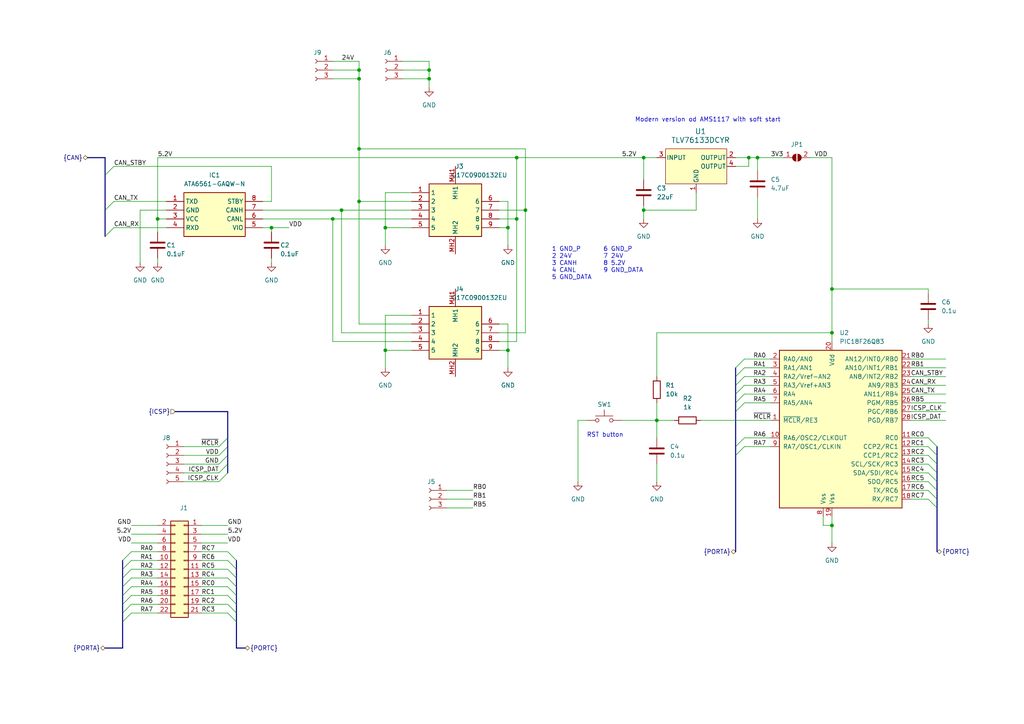
<source format=kicad_sch>
(kicad_sch (version 20230121) (generator eeschema)
  (paper "A4")
  (lib_symbols
    (symbol "ATA6561-GAQW-N:ATA6561-GAQW-N"
      (property "Reference" "IC" (at 24.13 7.62 0))
      (property "Value" "ATA6561-GAQW-N" (at 24.13 5.08 0))
      (symbol "ATA6561-GAQW-N_1_1"
        (rectangle (start 5.08 2.54) (end 22.86 -10.16) (stroke (width 0.254)) (fill (type background)))
        (pin passive line (at 0 0 0) (length 5.08) (name "TXD") (number "1"))
        (pin passive line (at 0 -2.54 0) (length 5.08) (name "GND") (number "2"))
        (pin passive line (at 0 -5.08 0) (length 5.08) (name "VCC") (number "3"))
        (pin passive line (at 0 -7.62 0) (length 5.08) (name "RXD") (number "4"))
        (pin passive line (at 27.94 -7.62 180) (length 5.08) (name "VIO") (number "5"))
        (pin passive line (at 27.94 -5.08 180) (length 5.08) (name "CANL") (number "6"))
        (pin passive line (at 27.94 -2.54 180) (length 5.08) (name "CANH") (number "7"))
        (pin passive line (at 27.94 0 180) (length 5.08) (name "STBY") (number "8"))
      )
    )
    (symbol "Connector:Conn_01x03_Socket" (pin_names (offset 1.016) hide)
      (property "Reference" "J" (at 0 5.08 0))
      (property "Value" "Conn_01x03_Socket" (at 0 -5.08 0))
      (symbol "Conn_01x03_Socket_1_1"
        (arc (start 0 -2.032) (mid -0.5058 -2.54) (end 0 -3.048) (stroke (width 0.1524)))
        (polyline (pts (xy -1.27 -2.54) (xy -0.508 -2.54)) (stroke (width 0.1524)))
        (polyline (pts (xy -1.27 0) (xy -0.508 0)) (stroke (width 0.1524)))
        (polyline (pts (xy -1.27 2.54) (xy -0.508 2.54)) (stroke (width 0.1524)))
        (arc (start 0 0.508) (mid -0.5058 0) (end 0 -0.508) (stroke (width 0.1524)))
        (arc (start 0 3.048) (mid -0.5058 2.54) (end 0 2.032) (stroke (width 0.1524)))
        (pin passive line (at -5.08 2.54 0) (length 3.81) (name "Pin_1") (number "1"))
        (pin passive line (at -5.08 0 0) (length 3.81) (name "Pin_2") (number "2"))
        (pin passive line (at -5.08 -2.54 0) (length 3.81) (name "Pin_3") (number "3"))
      )
    )
    (symbol "Connector:Conn_01x05_Socket" (pin_names (offset 1.016) hide)
      (property "Reference" "J" (at 0 7.62 0))
      (property "Value" "Conn_01x05_Socket" (at 0 -7.62 0))
      (symbol "Conn_01x05_Socket_1_1"
        (arc (start 0 -4.572) (mid -0.5058 -5.08) (end 0 -5.588) (stroke (width 0.1524)))
        (arc (start 0 -2.032) (mid -0.5058 -2.54) (end 0 -3.048) (stroke (width 0.1524)))
        (polyline (pts (xy -1.27 -5.08) (xy -0.508 -5.08)) (stroke (width 0.1524)))
        (polyline (pts (xy -1.27 -2.54) (xy -0.508 -2.54)) (stroke (width 0.1524)))
        (polyline (pts (xy -1.27 0) (xy -0.508 0)) (stroke (width 0.1524)))
        (polyline (pts (xy -1.27 2.54) (xy -0.508 2.54)) (stroke (width 0.1524)))
        (polyline (pts (xy -1.27 5.08) (xy -0.508 5.08)) (stroke (width 0.1524)))
        (arc (start 0 0.508) (mid -0.5058 0) (end 0 -0.508) (stroke (width 0.1524)))
        (arc (start 0 3.048) (mid -0.5058 2.54) (end 0 2.032) (stroke (width 0.1524)))
        (arc (start 0 5.588) (mid -0.5058 5.08) (end 0 4.572) (stroke (width 0.1524)))
        (pin passive line (at -5.08 5.08 0) (length 3.81) (name "Pin_1") (number "1"))
        (pin passive line (at -5.08 2.54 0) (length 3.81) (name "Pin_2") (number "2"))
        (pin passive line (at -5.08 0 0) (length 3.81) (name "Pin_3") (number "3"))
        (pin passive line (at -5.08 -2.54 0) (length 3.81) (name "Pin_4") (number "4"))
        (pin passive line (at -5.08 -5.08 0) (length 3.81) (name "Pin_5") (number "5"))
      )
    )
    (symbol "Connector_Generic:Conn_02x11_Odd_Even" (pin_names (offset 1.016) hide)
      (property "Reference" "J" (at 1.27 15.24 0))
      (property "Value" "Conn_02x11_Odd_Even" (at 1.27 -15.24 0))
      (symbol "Conn_02x11_Odd_Even_1_1"
        (rectangle (start -1.27 -12.573) (end 0 -12.827) (stroke (width 0.1524)))
        (rectangle (start -1.27 -10.033) (end 0 -10.287) (stroke (width 0.1524)))
        (rectangle (start -1.27 -7.493) (end 0 -7.747) (stroke (width 0.1524)))
        (rectangle (start -1.27 -4.953) (end 0 -5.207) (stroke (width 0.1524)))
        (rectangle (start -1.27 -2.413) (end 0 -2.667) (stroke (width 0.1524)))
        (rectangle (start -1.27 0.127) (end 0 -0.127) (stroke (width 0.1524)))
        (rectangle (start -1.27 2.667) (end 0 2.413) (stroke (width 0.1524)))
        (rectangle (start -1.27 5.207) (end 0 4.953) (stroke (width 0.1524)))
        (rectangle (start -1.27 7.747) (end 0 7.493) (stroke (width 0.1524)))
        (rectangle (start -1.27 10.287) (end 0 10.033) (stroke (width 0.1524)))
        (rectangle (start -1.27 12.827) (end 0 12.573) (stroke (width 0.1524)))
        (rectangle (start -1.27 13.97) (end 3.81 -13.97) (stroke (width 0.254)) (fill (type background)))
        (rectangle (start 3.81 -12.573) (end 2.54 -12.827) (stroke (width 0.1524)))
        (rectangle (start 3.81 -10.033) (end 2.54 -10.287) (stroke (width 0.1524)))
        (rectangle (start 3.81 -7.493) (end 2.54 -7.747) (stroke (width 0.1524)))
        (rectangle (start 3.81 -4.953) (end 2.54 -5.207) (stroke (width 0.1524)))
        (rectangle (start 3.81 -2.413) (end 2.54 -2.667) (stroke (width 0.1524)))
        (rectangle (start 3.81 0.127) (end 2.54 -0.127) (stroke (width 0.1524)))
        (rectangle (start 3.81 2.667) (end 2.54 2.413) (stroke (width 0.1524)))
        (rectangle (start 3.81 5.207) (end 2.54 4.953) (stroke (width 0.1524)))
        (rectangle (start 3.81 7.747) (end 2.54 7.493) (stroke (width 0.1524)))
        (rectangle (start 3.81 10.287) (end 2.54 10.033) (stroke (width 0.1524)))
        (rectangle (start 3.81 12.827) (end 2.54 12.573) (stroke (width 0.1524)))
        (pin passive line (at -5.08 12.7 0) (length 3.81) (name "Pin_1") (number "1"))
        (pin passive line (at 7.62 2.54 180) (length 3.81) (name "Pin_10") (number "10"))
        (pin passive line (at -5.08 0 0) (length 3.81) (name "Pin_11") (number "11"))
        (pin passive line (at 7.62 0 180) (length 3.81) (name "Pin_12") (number "12"))
        (pin passive line (at -5.08 -2.54 0) (length 3.81) (name "Pin_13") (number "13"))
        (pin passive line (at 7.62 -2.54 180) (length 3.81) (name "Pin_14") (number "14"))
        (pin passive line (at -5.08 -5.08 0) (length 3.81) (name "Pin_15") (number "15"))
        (pin passive line (at 7.62 -5.08 180) (length 3.81) (name "Pin_16") (number "16"))
        (pin passive line (at -5.08 -7.62 0) (length 3.81) (name "Pin_17") (number "17"))
        (pin passive line (at 7.62 -7.62 180) (length 3.81) (name "Pin_18") (number "18"))
        (pin passive line (at -5.08 -10.16 0) (length 3.81) (name "Pin_19") (number "19"))
        (pin passive line (at 7.62 12.7 180) (length 3.81) (name "Pin_2") (number "2"))
        (pin passive line (at 7.62 -10.16 180) (length 3.81) (name "Pin_20") (number "20"))
        (pin passive line (at -5.08 -12.7 0) (length 3.81) (name "Pin_21") (number "21"))
        (pin passive line (at 7.62 -12.7 180) (length 3.81) (name "Pin_22") (number "22"))
        (pin passive line (at -5.08 10.16 0) (length 3.81) (name "Pin_3") (number "3"))
        (pin passive line (at 7.62 10.16 180) (length 3.81) (name "Pin_4") (number "4"))
        (pin passive line (at -5.08 7.62 0) (length 3.81) (name "Pin_5") (number "5"))
        (pin passive line (at 7.62 7.62 180) (length 3.81) (name "Pin_6") (number "6"))
        (pin passive line (at -5.08 5.08 0) (length 3.81) (name "Pin_7") (number "7"))
        (pin passive line (at 7.62 5.08 180) (length 3.81) (name "Pin_8") (number "8"))
        (pin passive line (at -5.08 2.54 0) (length 3.81) (name "Pin_9") (number "9"))
      )
    )
    (symbol "DSUB-G17C9001:G17C0900132EU"
      (property "Reference" "C" (at 21.59 12.7 0))
      (property "Value" "G17C0900132EU" (at 21.59 10.16 0))
      (symbol "G17C0900132EU_1_1"
        (rectangle (start 5.08 7.62) (end 20.32 -7.62) (stroke (width 0.254)) (fill (type background)))
        (pin passive line (at 17.78 12.7 270) (length 5.08) (name "1") (number "1"))
        (pin passive line (at 15.24 12.7 270) (length 5.08) (name "2") (number "2"))
        (pin passive line (at 12.7 12.7 270) (length 5.08) (name "3") (number "3"))
        (pin passive line (at 10.16 12.7 270) (length 5.08) (name "4") (number "4"))
        (pin passive line (at 7.62 12.7 270) (length 5.08) (name "5") (number "5"))
        (pin passive line (at 15.24 -12.7 90) (length 5.08) (name "6") (number "6"))
        (pin passive line (at 12.7 -12.7 90) (length 5.08) (name "7") (number "7"))
        (pin passive line (at 10.16 -12.7 90) (length 5.08) (name "8") (number "8"))
        (pin passive line (at 7.62 -12.7 90) (length 5.08) (name "9") (number "9"))
        (pin passive line (at 25.4 0 180) (length 5.08) (name "MH1") (number "MH1"))
        (pin passive line (at 0 0 0) (length 5.08) (name "MH2") (number "MH2"))
      )
    )
    (symbol "Device:C" (pin_numbers hide) (pin_names (offset 0.254))
      (property "Reference" "C" (at 0.635 2.54 0))
      (property "Value" "C" (at 0.635 -2.54 0))
      (symbol "C_0_1"
        (polyline (pts (xy -2.032 -0.762) (xy 2.032 -0.762)) (stroke (width 0.508)))
        (polyline (pts (xy -2.032 0.762) (xy 2.032 0.762)) (stroke (width 0.508)))
      )
      (symbol "C_1_1"
        (pin passive line (at 0 3.81 270) (length 2.794) (name "~") (number "1"))
        (pin passive line (at 0 -3.81 90) (length 2.794) (name "~") (number "2"))
      )
    )
    (symbol "Device:R" (pin_numbers hide) (pin_names (offset 0))
      (property "Reference" "R" (at 2.032 0 90))
      (property "Value" "R" (at 0 0 90))
      (symbol "R_0_1"
        (rectangle (start -1.016 -2.54) (end 1.016 2.54) (stroke (width 0.254)))
      )
      (symbol "R_1_1"
        (pin passive line (at 0 3.81 270) (length 1.27) (name "~") (number "1"))
        (pin passive line (at 0 -3.81 90) (length 1.27) (name "~") (number "2"))
      )
    )
    (symbol "Jumper:SolderJumper_2_Open" (pin_names (offset 0) hide)
      (property "Reference" "JP" (at 0 2.032 0))
      (property "Value" "SolderJumper_2_Open" (at 0 -2.54 0))
      (symbol "SolderJumper_2_Open_0_1"
        (arc (start -0.254 1.016) (mid -1.2656 0) (end -0.254 -1.016))
        (arc (start -0.254 1.016) (mid -1.2656 0) (end -0.254 -1.016) (fill (type outline)))
        (polyline (pts (xy -0.254 1.016) (xy -0.254 -1.016)))
        (polyline (pts (xy 0.254 1.016) (xy 0.254 -1.016)))
        (arc (start 0.254 -1.016) (mid 1.2656 0) (end 0.254 1.016))
        (arc (start 0.254 -1.016) (mid 1.2656 0) (end 0.254 1.016) (fill (type outline)))
      )
      (symbol "SolderJumper_2_Open_1_1"
        (pin passive line (at -3.81 0 0) (length 2.54) (name "A") (number "1"))
        (pin passive line (at 3.81 0 180) (length 2.54) (name "B") (number "2"))
      )
    )
    (symbol "MCU_Microchip_PIC18:PIC18F26K20_ISS" (pin_names (offset 1.016))
      (property "Reference" "U" (at -17.78 24.13 0))
      (property "Value" "PIC18F26K20_ISS" (at 17.78 24.13 0))
      (symbol "PIC18F26K20_ISS_0_1"
        (rectangle (start -17.78 22.86) (end 17.78 -22.86) (stroke (width 0.254)) (fill (type background)))
      )
      (symbol "PIC18F26K20_ISS_1_1"
        (pin bidirectional line (at -20.32 2.54 0) (length 2.54) (name "~{MCLR}/RE3") (number "1"))
        (pin input line (at -20.32 -2.54 0) (length 2.54) (name "RA6/OSC2/CLKOUT") (number "10"))
        (pin bidirectional line (at 20.32 -2.54 180) (length 2.54) (name "RC0") (number "11"))
        (pin bidirectional line (at 20.32 -5.08 180) (length 2.54) (name "CCP2/RC1") (number "12"))
        (pin bidirectional line (at 20.32 -7.62 180) (length 2.54) (name "CCP1/RC2") (number "13"))
        (pin bidirectional line (at 20.32 -10.16 180) (length 2.54) (name "SCL/SCK/RC3") (number "14"))
        (pin bidirectional line (at 20.32 -12.7 180) (length 2.54) (name "SDA/SDI/RC4") (number "15"))
        (pin bidirectional line (at 20.32 -15.24 180) (length 2.54) (name "SDO/RC5") (number "16"))
        (pin bidirectional line (at 20.32 -17.78 180) (length 2.54) (name "TX/RC6") (number "17"))
        (pin bidirectional line (at 20.32 -20.32 180) (length 2.54) (name "RX/RC7") (number "18"))
        (pin power_in line (at -2.54 -25.4 90) (length 2.54) (name "Vss") (number "19"))
        (pin bidirectional line (at -20.32 20.32 0) (length 2.54) (name "RA0/AN0") (number "2"))
        (pin power_in line (at -2.54 25.4 270) (length 2.54) (name "Vdd") (number "20"))
        (pin bidirectional line (at 20.32 20.32 180) (length 2.54) (name "AN12/INT0/RB0") (number "21"))
        (pin bidirectional line (at 20.32 17.78 180) (length 2.54) (name "AN10/INT1/RB1") (number "22"))
        (pin bidirectional line (at 20.32 15.24 180) (length 2.54) (name "AN8/INT2/RB2") (number "23"))
        (pin bidirectional line (at 20.32 12.7 180) (length 2.54) (name "AN9/RB3") (number "24"))
        (pin bidirectional line (at 20.32 10.16 180) (length 2.54) (name "AN11/RB4") (number "25"))
        (pin bidirectional line (at 20.32 7.62 180) (length 2.54) (name "PGM/RB5") (number "26"))
        (pin bidirectional line (at 20.32 5.08 180) (length 2.54) (name "PGC/RB6") (number "27"))
        (pin bidirectional line (at 20.32 2.54 180) (length 2.54) (name "PGD/RB7") (number "28"))
        (pin bidirectional line (at -20.32 17.78 0) (length 2.54) (name "RA1/AN1") (number "3"))
        (pin bidirectional line (at -20.32 15.24 0) (length 2.54) (name "RA2/Vref-AN2") (number "4"))
        (pin bidirectional line (at -20.32 12.7 0) (length 2.54) (name "RA3/Vref+AN3") (number "5"))
        (pin power_in line (at -20.32 10.16 0) (length 2.54) (name "RA4") (number "6"))
        (pin bidirectional line (at -20.32 7.62 0) (length 2.54) (name "RA5/AN4") (number "7"))
        (pin power_in line (at -5.08 -25.4 90) (length 2.54) (name "Vss") (number "8"))
        (pin input line (at -20.32 -5.08 0) (length 2.54) (name "RA7/OSC1/CLKIN") (number "9"))
      )
    )
    (symbol "Switch:SW_Push" (pin_numbers hide) (pin_names (offset 1.016) hide)
      (property "Reference" "SW" (at 1.27 2.54 0))
      (property "Value" "SW_Push" (at 0 -1.524 0))
      (symbol "SW_Push_0_1"
        (circle (center -2.032 0) (radius 0.508))
        (polyline (pts (xy 0 1.27) (xy 0 3.048)))
        (polyline (pts (xy 2.54 1.27) (xy -2.54 1.27)))
        (circle (center 2.032 0) (radius 0.508))
        (pin passive line (at -5.08 0 0) (length 2.54) (name "1") (number "1"))
        (pin passive line (at 5.08 0 180) (length 2.54) (name "2") (number "2"))
      )
    )
    (symbol "TLV761:PTLV76118DCYR" (pin_names (offset 0.254))
      (property "Reference" "U" (at 29.21 6.35 0))
      (property "Value" "PTLV76118DCYR" (at 29.21 3.81 0))
      (symbol "PTLV76118DCYR_1_1"
        (rectangle (start 20.32 2.54) (end 38.1 -7.62) (fill (type background)))
        (pin power_in line (at 29.21 -10.16 90) (length 2.54) (name "GND") (number "1"))
        (pin power_out line (at 40.64 0 180) (length 2.54) (name "OUTPUT") (number "2"))
        (pin power_in line (at 17.78 0 0) (length 2.54) (name "INPUT") (number "3"))
        (pin power_out line (at 40.64 -2.54 180) (length 2.54) (name "OUTPUT") (number "4"))
      )
    )
    (symbol "power:GND" (power) (pin_names (offset 0))
      (property "Value" "GND" (at 0 -3.81 0))
      (symbol "GND_0_1"
        (polyline (pts (xy 0 0) (xy 0 -1.27) (xy 1.27 -1.27) (xy 0 -2.54) (xy -1.27 -1.27) (xy 0 -1.27)))
      )
      (symbol "GND_1_1"
        (pin power_in line (at 0 0 270) (length 0) hide (name "GND") (number "1"))
      )
    )
  )
  (bus_alias "ICSP" (members "~{MCLR}" "VDD" "GND" "ICSP_DAT" "ICSP_CLK"))
  (bus_alias "PORTA" (members "RA0" "RA1" "RA2" "RA3" "RA4" "RA5" "RA6" "RA7"))
  (bus_alias "PORTC" (members "RC0" "RC1" "RC2" "RC3" "RC4" "RC5" "RC6" "RC7"))
  (junction (at 124.46 20.32))
  (junction (at 111.76 66.04))
  (junction (at 149.86 45.72))
  (junction (at 111.76 101.6))
  (junction (at 147.32 101.6))
  (junction (at 190.5 121.92))
  (junction (at 104.14 58.42))
  (junction (at 104.14 20.32))
  (junction (at 104.14 22.86))
  (junction (at 149.86 63.5))
  (junction (at 78.74 66.04))
  (junction (at 96.52 63.5))
  (junction (at 124.46 22.86))
  (junction (at 219.71 45.72))
  (junction (at 104.14 43.18))
  (junction (at 241.3 96.52))
  (junction (at 241.3 83.82))
  (junction (at 99.06 60.96))
  (junction (at 147.32 66.04))
  (junction (at 241.3 152.4))
  (junction (at 152.4 60.96))
  (junction (at 186.69 60.96))
  (junction (at 45.72 63.5))
  (junction (at 186.69 45.72))
  (junction (at 217.17 45.72))
  (bus_entry (at 215.9 116.84) (size -2.54 2.54))
  (bus_entry (at 38.1 172.72) (size -2.54 2.54))
  (bus_entry (at 38.1 160.02) (size -2.54 2.54))
  (bus_entry (at 269.24 144.78) (size 2.54 2.54))
  (bus_entry (at 30.48 60.96) (size 2.54 -2.54))
  (bus_entry (at 215.9 114.3) (size -2.54 2.54))
  (bus_entry (at 38.1 167.64) (size -2.54 2.54))
  (bus_entry (at 66.04 177.8) (size 2.54 2.54))
  (bus_entry (at 66.04 165.1) (size 2.54 2.54))
  (bus_entry (at 215.9 106.68) (size -2.54 2.54))
  (bus_entry (at 38.1 170.18) (size -2.54 2.54))
  (bus_entry (at 66.04 127) (size -2.54 2.54))
  (bus_entry (at 38.1 162.56) (size -2.54 2.54))
  (bus_entry (at 66.04 175.26) (size 2.54 2.54))
  (bus_entry (at 215.9 111.76) (size -2.54 2.54))
  (bus_entry (at 269.24 132.08) (size 2.54 2.54))
  (bus_entry (at 66.04 137.16) (size -2.54 2.54))
  (bus_entry (at 38.1 175.26) (size -2.54 2.54))
  (bus_entry (at 66.04 172.72) (size 2.54 2.54))
  (bus_entry (at 66.04 129.54) (size -2.54 2.54))
  (bus_entry (at 38.1 177.8) (size -2.54 2.54))
  (bus_entry (at 269.24 134.62) (size 2.54 2.54))
  (bus_entry (at 38.1 165.1) (size -2.54 2.54))
  (bus_entry (at 215.9 109.22) (size -2.54 2.54))
  (bus_entry (at 66.04 134.62) (size -2.54 2.54))
  (bus_entry (at 33.02 48.26) (size -2.54 2.54))
  (bus_entry (at 215.9 104.14) (size -2.54 2.54))
  (bus_entry (at 66.04 132.08) (size -2.54 2.54))
  (bus_entry (at 66.04 162.56) (size 2.54 2.54))
  (bus_entry (at 215.9 127) (size -2.54 2.54))
  (bus_entry (at 30.48 68.58) (size 2.54 -2.54))
  (bus_entry (at 66.04 160.02) (size 2.54 2.54))
  (bus_entry (at 269.24 127) (size 2.54 2.54))
  (bus_entry (at 215.9 129.54) (size -2.54 2.54))
  (bus_entry (at 269.24 137.16) (size 2.54 2.54))
  (bus_entry (at 66.04 167.64) (size 2.54 2.54))
  (bus_entry (at 269.24 142.24) (size 2.54 2.54))
  (bus_entry (at 269.24 129.54) (size 2.54 2.54))
  (bus_entry (at 66.04 170.18) (size 2.54 2.54))
  (bus_entry (at 269.24 139.7) (size 2.54 2.54))
  (wire (pts (xy 238.76 149.86) (xy 238.76 152.4)))
  (wire (pts (xy 144.78 96.52) (xy 152.4 96.52)))
  (wire (pts (xy 152.4 60.96) (xy 152.4 96.52)))
  (wire (pts (xy 96.52 63.5) (xy 119.38 63.5)))
  (wire (pts (xy 111.76 55.88) (xy 111.76 66.04)))
  (wire (pts (xy 144.78 60.96) (xy 152.4 60.96)))
  (wire (pts (xy 186.69 60.96) (xy 186.69 63.5)))
  (wire (pts (xy 219.71 45.72) (xy 227.33 45.72)))
  (bus (pts (xy 35.56 170.18) (xy 35.56 172.72)))
  (wire (pts (xy 147.32 101.6) (xy 147.32 106.68)))
  (wire (pts (xy 45.72 45.72) (xy 45.72 63.5)))
  (wire (pts (xy 264.16 106.68) (xy 274.32 106.68)))
  (wire (pts (xy 99.06 60.96) (xy 99.06 96.52)))
  (wire (pts (xy 129.54 142.24) (xy 137.16 142.24)))
  (bus (pts (xy 35.56 172.72) (xy 35.56 175.26)))
  (bus (pts (xy 271.78 134.62) (xy 271.78 137.16)))
  (bus (pts (xy 68.58 177.8) (xy 68.58 180.34)))
  (wire (pts (xy 241.3 152.4) (xy 241.3 157.48)))
  (wire (pts (xy 147.32 58.42) (xy 147.32 66.04)))
  (wire (pts (xy 190.5 96.52) (xy 241.3 96.52)))
  (wire (pts (xy 167.64 121.92) (xy 167.64 139.7)))
  (wire (pts (xy 264.16 129.54) (xy 269.24 129.54)))
  (wire (pts (xy 264.16 132.08) (xy 269.24 132.08)))
  (wire (pts (xy 219.71 45.72) (xy 219.71 49.53)))
  (wire (pts (xy 58.42 177.8) (xy 66.04 177.8)))
  (wire (pts (xy 215.9 104.14) (xy 223.52 104.14)))
  (wire (pts (xy 124.46 22.86) (xy 124.46 25.4)))
  (wire (pts (xy 38.1 157.48) (xy 45.72 157.48)))
  (wire (pts (xy 63.5 139.7) (xy 53.34 139.7)))
  (wire (pts (xy 116.84 22.86) (xy 124.46 22.86)))
  (wire (pts (xy 45.72 63.5) (xy 45.72 67.31)))
  (wire (pts (xy 111.76 101.6) (xy 111.76 106.68)))
  (bus (pts (xy 271.78 142.24) (xy 271.78 144.78)))
  (wire (pts (xy 215.9 106.68) (xy 223.52 106.68)))
  (wire (pts (xy 58.42 167.64) (xy 66.04 167.64)))
  (wire (pts (xy 45.72 63.5) (xy 48.26 63.5)))
  (wire (pts (xy 58.42 175.26) (xy 66.04 175.26)))
  (bus (pts (xy 66.04 119.38) (xy 50.8 119.38)))
  (wire (pts (xy 58.42 170.18) (xy 66.04 170.18)))
  (wire (pts (xy 129.54 147.32) (xy 137.16 147.32)))
  (wire (pts (xy 264.16 114.3) (xy 274.32 114.3)))
  (wire (pts (xy 180.34 121.92) (xy 190.5 121.92)))
  (wire (pts (xy 167.64 121.92) (xy 170.18 121.92)))
  (wire (pts (xy 201.93 55.88) (xy 201.93 60.96)))
  (wire (pts (xy 45.72 74.93) (xy 45.72 76.2)))
  (wire (pts (xy 217.17 48.26) (xy 213.36 48.26)))
  (wire (pts (xy 38.1 162.56) (xy 45.72 162.56)))
  (wire (pts (xy 190.5 121.92) (xy 190.5 116.84)))
  (wire (pts (xy 190.5 121.92) (xy 195.58 121.92)))
  (wire (pts (xy 63.5 132.08) (xy 53.34 132.08)))
  (wire (pts (xy 33.02 58.42) (xy 48.26 58.42)))
  (bus (pts (xy 68.58 162.56) (xy 68.58 165.1)))
  (wire (pts (xy 149.86 45.72) (xy 186.69 45.72)))
  (wire (pts (xy 104.14 58.42) (xy 119.38 58.42)))
  (bus (pts (xy 213.36 119.38) (xy 213.36 129.54)))
  (wire (pts (xy 213.36 45.72) (xy 217.17 45.72)))
  (wire (pts (xy 147.32 66.04) (xy 147.32 71.12)))
  (wire (pts (xy 38.1 152.4) (xy 45.72 152.4)))
  (wire (pts (xy 129.54 144.78) (xy 137.16 144.78)))
  (bus (pts (xy 213.36 106.68) (xy 213.36 109.22)))
  (bus (pts (xy 66.04 134.62) (xy 66.04 132.08)))
  (wire (pts (xy 203.2 121.92) (xy 223.52 121.92)))
  (wire (pts (xy 238.76 152.4) (xy 241.3 152.4)))
  (wire (pts (xy 186.69 59.69) (xy 186.69 60.96)))
  (wire (pts (xy 264.16 127) (xy 269.24 127)))
  (wire (pts (xy 215.9 111.76) (xy 223.52 111.76)))
  (bus (pts (xy 213.36 114.3) (xy 213.36 116.84)))
  (bus (pts (xy 68.58 165.1) (xy 68.58 167.64)))
  (wire (pts (xy 78.74 66.04) (xy 78.74 67.31)))
  (wire (pts (xy 144.78 93.98) (xy 147.32 93.98)))
  (wire (pts (xy 78.74 48.26) (xy 78.74 58.42)))
  (bus (pts (xy 35.56 175.26) (xy 35.56 177.8)))
  (wire (pts (xy 66.04 154.94) (xy 58.42 154.94)))
  (wire (pts (xy 78.74 58.42) (xy 76.2 58.42)))
  (bus (pts (xy 35.56 162.56) (xy 35.56 165.1)))
  (wire (pts (xy 215.9 116.84) (xy 223.52 116.84)))
  (bus (pts (xy 271.78 137.16) (xy 271.78 139.7)))
  (bus (pts (xy 68.58 167.64) (xy 68.58 170.18)))
  (wire (pts (xy 63.5 137.16) (xy 53.34 137.16)))
  (wire (pts (xy 58.42 162.56) (xy 66.04 162.56)))
  (wire (pts (xy 33.02 66.04) (xy 48.26 66.04)))
  (wire (pts (xy 264.16 137.16) (xy 269.24 137.16)))
  (bus (pts (xy 213.36 109.22) (xy 213.36 111.76)))
  (wire (pts (xy 269.24 83.82) (xy 241.3 83.82)))
  (bus (pts (xy 66.04 132.08) (xy 66.04 129.54)))
  (wire (pts (xy 33.02 48.26) (xy 78.74 48.26)))
  (bus (pts (xy 35.56 177.8) (xy 35.56 180.34)))
  (wire (pts (xy 76.2 66.04) (xy 78.74 66.04)))
  (wire (pts (xy 124.46 17.78) (xy 124.46 20.32)))
  (bus (pts (xy 271.78 139.7) (xy 271.78 142.24)))
  (bus (pts (xy 68.58 187.96) (xy 71.12 187.96)))
  (wire (pts (xy 38.1 167.64) (xy 45.72 167.64)))
  (wire (pts (xy 76.2 63.5) (xy 96.52 63.5)))
  (bus (pts (xy 271.78 132.08) (xy 271.78 134.62)))
  (wire (pts (xy 269.24 83.82) (xy 269.24 85.09)))
  (bus (pts (xy 213.36 116.84) (xy 213.36 119.38)))
  (wire (pts (xy 217.17 45.72) (xy 219.71 45.72)))
  (bus (pts (xy 35.56 165.1) (xy 35.56 167.64)))
  (wire (pts (xy 76.2 60.96) (xy 99.06 60.96)))
  (wire (pts (xy 264.16 116.84) (xy 274.32 116.84)))
  (wire (pts (xy 104.14 22.86) (xy 104.14 20.32)))
  (wire (pts (xy 186.69 52.07) (xy 186.69 45.72)))
  (wire (pts (xy 58.42 160.02) (xy 66.04 160.02)))
  (wire (pts (xy 66.04 157.48) (xy 58.42 157.48)))
  (wire (pts (xy 144.78 101.6) (xy 147.32 101.6)))
  (wire (pts (xy 38.1 172.72) (xy 45.72 172.72)))
  (wire (pts (xy 147.32 93.98) (xy 147.32 101.6)))
  (bus (pts (xy 213.36 129.54) (xy 213.36 132.08)))
  (wire (pts (xy 48.26 60.96) (xy 40.64 60.96)))
  (wire (pts (xy 104.14 43.18) (xy 104.14 58.42)))
  (wire (pts (xy 264.16 144.78) (xy 269.24 144.78)))
  (wire (pts (xy 264.16 139.7) (xy 269.24 139.7)))
  (wire (pts (xy 116.84 20.32) (xy 124.46 20.32)))
  (bus (pts (xy 30.48 50.8) (xy 30.48 60.96)))
  (wire (pts (xy 241.3 45.72) (xy 241.3 83.82)))
  (wire (pts (xy 104.14 58.42) (xy 104.14 93.98)))
  (wire (pts (xy 38.1 170.18) (xy 45.72 170.18)))
  (wire (pts (xy 215.9 109.22) (xy 223.52 109.22)))
  (bus (pts (xy 68.58 180.34) (xy 68.58 187.96)))
  (wire (pts (xy 264.16 121.92) (xy 274.32 121.92)))
  (bus (pts (xy 66.04 129.54) (xy 66.04 127)))
  (wire (pts (xy 111.76 101.6) (xy 119.38 101.6)))
  (wire (pts (xy 144.78 66.04) (xy 147.32 66.04)))
  (wire (pts (xy 104.14 17.78) (xy 104.14 20.32)))
  (wire (pts (xy 96.52 63.5) (xy 96.52 99.06)))
  (wire (pts (xy 152.4 43.18) (xy 104.14 43.18)))
  (wire (pts (xy 38.1 160.02) (xy 45.72 160.02)))
  (wire (pts (xy 124.46 22.86) (xy 124.46 20.32)))
  (wire (pts (xy 152.4 43.18) (xy 152.4 60.96)))
  (wire (pts (xy 99.06 60.96) (xy 119.38 60.96)))
  (wire (pts (xy 144.78 58.42) (xy 147.32 58.42)))
  (wire (pts (xy 264.16 134.62) (xy 269.24 134.62)))
  (wire (pts (xy 215.9 127) (xy 223.52 127)))
  (wire (pts (xy 190.5 139.7) (xy 190.5 134.62)))
  (wire (pts (xy 38.1 154.94) (xy 45.72 154.94)))
  (wire (pts (xy 66.04 152.4) (xy 58.42 152.4)))
  (wire (pts (xy 111.76 91.44) (xy 111.76 101.6)))
  (bus (pts (xy 66.04 137.16) (xy 66.04 134.62)))
  (wire (pts (xy 215.9 129.54) (xy 223.52 129.54)))
  (bus (pts (xy 271.78 144.78) (xy 271.78 147.32)))
  (wire (pts (xy 99.06 96.52) (xy 119.38 96.52)))
  (bus (pts (xy 213.36 132.08) (xy 213.36 160.02)))
  (wire (pts (xy 63.5 129.54) (xy 53.34 129.54)))
  (wire (pts (xy 111.76 55.88) (xy 119.38 55.88)))
  (wire (pts (xy 149.86 63.5) (xy 149.86 45.72)))
  (wire (pts (xy 58.42 165.1) (xy 66.04 165.1)))
  (wire (pts (xy 186.69 45.72) (xy 190.5 45.72)))
  (bus (pts (xy 68.58 175.26) (xy 68.58 177.8)))
  (wire (pts (xy 264.16 119.38) (xy 274.32 119.38)))
  (wire (pts (xy 38.1 177.8) (xy 45.72 177.8)))
  (wire (pts (xy 241.3 96.52) (xy 241.3 99.06)))
  (wire (pts (xy 190.5 121.92) (xy 190.5 127)))
  (wire (pts (xy 40.64 60.96) (xy 40.64 76.2)))
  (wire (pts (xy 215.9 114.3) (xy 223.52 114.3)))
  (bus (pts (xy 35.56 167.64) (xy 35.56 170.18)))
  (wire (pts (xy 104.14 43.18) (xy 104.14 22.86)))
  (bus (pts (xy 213.36 111.76) (xy 213.36 114.3)))
  (wire (pts (xy 234.95 45.72) (xy 241.3 45.72)))
  (bus (pts (xy 271.78 129.54) (xy 271.78 132.08)))
  (wire (pts (xy 96.52 99.06) (xy 119.38 99.06)))
  (bus (pts (xy 68.58 172.72) (xy 68.58 175.26)))
  (wire (pts (xy 264.16 104.14) (xy 274.32 104.14)))
  (bus (pts (xy 271.78 147.32) (xy 271.78 160.02)))
  (wire (pts (xy 111.76 66.04) (xy 119.38 66.04)))
  (wire (pts (xy 264.16 111.76) (xy 274.32 111.76)))
  (bus (pts (xy 30.48 187.96) (xy 35.56 187.96)))
  (bus (pts (xy 30.48 60.96) (xy 30.48 68.58)))
  (wire (pts (xy 45.72 45.72) (xy 149.86 45.72)))
  (wire (pts (xy 144.78 63.5) (xy 149.86 63.5)))
  (wire (pts (xy 241.3 149.86) (xy 241.3 152.4)))
  (wire (pts (xy 264.16 142.24) (xy 269.24 142.24)))
  (wire (pts (xy 264.16 109.22) (xy 274.32 109.22)))
  (bus (pts (xy 30.48 45.72) (xy 30.48 50.8)))
  (wire (pts (xy 58.42 172.72) (xy 66.04 172.72)))
  (bus (pts (xy 68.58 170.18) (xy 68.58 172.72)))
  (bus (pts (xy 25.4 45.72) (xy 30.48 45.72)))
  (wire (pts (xy 241.3 83.82) (xy 241.3 96.52)))
  (bus (pts (xy 66.04 127) (xy 66.04 119.38)))
  (wire (pts (xy 104.14 93.98) (xy 119.38 93.98)))
  (wire (pts (xy 38.1 165.1) (xy 45.72 165.1)))
  (wire (pts (xy 63.5 134.62) (xy 53.34 134.62)))
  (wire (pts (xy 78.74 66.04) (xy 83.82 66.04)))
  (wire (pts (xy 219.71 57.15) (xy 219.71 63.5)))
  (wire (pts (xy 96.52 20.32) (xy 104.14 20.32)))
  (wire (pts (xy 96.52 22.86) (xy 104.14 22.86)))
  (wire (pts (xy 38.1 175.26) (xy 45.72 175.26)))
  (bus (pts (xy 35.56 180.34) (xy 35.56 187.96)))
  (wire (pts (xy 96.52 17.78) (xy 104.14 17.78)))
  (wire (pts (xy 144.78 99.06) (xy 149.86 99.06)))
  (wire (pts (xy 116.84 17.78) (xy 124.46 17.78)))
  (wire (pts (xy 190.5 109.22) (xy 190.5 96.52)))
  (wire (pts (xy 111.76 91.44) (xy 119.38 91.44)))
  (wire (pts (xy 269.24 92.71) (xy 269.24 93.98)))
  (wire (pts (xy 217.17 48.26) (xy 217.17 45.72)))
  (wire (pts (xy 201.93 60.96) (xy 186.69 60.96)))
  (wire (pts (xy 111.76 66.04) (xy 111.76 71.12)))
  (wire (pts (xy 78.74 74.93) (xy 78.74 76.2)))
  (wire (pts (xy 149.86 63.5) (xy 149.86 99.06)))
  (text "1 GND_P		6 GND_P\n2 24V		7 24V\n3 CANH		8 5.2V\n4 CANL		9 GND_DATA\n5 GND_DATA\n" (at 160.02 81.28 0) (effects (font (size 1.27 1.27)) (justify left bottom)))
  (text "RST button" (at 170.18 127 0) (effects (font (size 1.27 1.27)) (justify left bottom)))
  (text "Modern version od AMS1117 with soft start" (at 184.15 35.56 0) (effects (font (size 1.27 1.27)) (justify left bottom)))
  (label "RA1" (at 40.64 162.56 0))
  (label "~{MCLR}" (at 218.44 121.92 0))
  (label "RC7" (at 58.42 160.02 0))
  (label "RC5" (at 58.42 165.1 0))
  (label "CAN_STBY" (at 264.16 109.22 0))
  (label "RC6" (at 264.16 142.24 0))
  (label "GND" (at 66.04 152.4 0))
  (label "RA6" (at 218.44 127 0))
  (label "VDD" (at 38.1 157.48 180))
  (label "RA2" (at 40.64 165.1 0))
  (label "RB0" (at 137.16 142.24 0))
  (label "3V3" (at 223.52 45.72 0))
  (label "ICSP_DAT" (at 264.16 121.92 0))
  (label "VDD" (at 236.22 45.72 0))
  (label "VDD" (at 83.82 66.04 0))
  (label "5.2V" (at 38.1 154.94 180))
  (label "RA7" (at 218.44 129.54 0))
  (label "5.2V" (at 66.04 154.94 0))
  (label "CAN_TX" (at 33.02 58.42 0))
  (label "24V" (at 99.06 17.78 0))
  (label "RA1" (at 218.44 106.68 0))
  (label "RB1" (at 137.16 144.78 0))
  (label "RA2" (at 218.44 109.22 0))
  (label "RB0" (at 264.16 104.14 0))
  (label "RC4" (at 264.16 137.16 0))
  (label "RC5" (at 264.16 139.7 0))
  (label "5.2V" (at 45.72 45.72 0))
  (label "ICSP_CLK" (at 264.16 119.38 0))
  (label "RA5" (at 40.64 172.72 0))
  (label "RC2" (at 264.16 132.08 0))
  (label "ICSP_DAT" (at 63.5 137.16 180))
  (label "5.2V" (at 180.34 45.72 0))
  (label "RC3" (at 264.16 134.62 0))
  (label "RA5" (at 218.44 116.84 0))
  (label "RA6" (at 40.64 175.26 0))
  (label "CAN_TX" (at 264.16 114.3 0))
  (label "RB5" (at 264.16 116.84 0))
  (label "RA4" (at 218.44 114.3 0))
  (label "~{MCLR}" (at 63.5 129.54 180))
  (label "GND" (at 63.5 134.62 180))
  (label "VDD" (at 66.04 157.48 0))
  (label "GND" (at 38.1 152.4 180))
  (label "RA3" (at 40.64 167.64 0))
  (label "RC1" (at 58.42 172.72 0))
  (label "RA0" (at 40.64 160.02 0))
  (label "CAN_STBY" (at 33.02 48.26 0))
  (label "RC4" (at 58.42 167.64 0))
  (label "RC3" (at 58.42 177.8 0))
  (label "RA7" (at 40.64 177.8 0))
  (label "RC0" (at 58.42 170.18 0))
  (label "RB5" (at 137.16 147.32 0))
  (label "CAN_RX" (at 33.02 66.04 0))
  (label "RA0" (at 218.44 104.14 0))
  (label "RC2" (at 58.42 175.26 0))
  (label "RA3" (at 218.44 111.76 0))
  (label "RC0" (at 264.16 127 0))
  (label "RA4" (at 40.64 170.18 0))
  (label "RB1" (at 264.16 106.68 0))
  (label "RC6" (at 58.42 162.56 0))
  (label "CAN_RX" (at 264.16 111.76 0))
  (label "VDD" (at 63.5 132.08 180))
  (label "RC1" (at 264.16 129.54 0))
  (label "RC7" (at 264.16 144.78 0))
  (label "ICSP_CLK" (at 63.5 139.7 180))
  (hierarchical_label "{PORTA}" (shape bidirectional) (at 213.36 160.02 180))
  (hierarchical_label "{PORTA}" (shape bidirectional) (at 30.48 187.96 180))
  (hierarchical_label "{PORTC}" (shape bidirectional) (at 71.12 187.96 0))
  (hierarchical_label "{ICSP}" (shape input) (at 50.8 119.38 180))
  (hierarchical_label "{PORTC}" (shape bidirectional) (at 271.78 160.02 0))
  (hierarchical_label "{CAN}" (shape bidirectional) (at 25.4 45.72 180))
  (symbol (lib_id "Connector:Conn_01x03_Socket") (at 91.44 20.32 0) (mirror y) (unit 1)
    (property "Reference" "J9" (at 92.075 15.24 0))
    (property "Value" "Conn_01x03_Socket" (effects hide))
    (property "Footprint" "Connector_PinSocket_2.54mm:PinSocket_1x03_P2.54mm_Vertical" (effects hide))
  )
  (symbol (lib_id "Device:C") (at 78.74 71.12 0) (unit 1)
    (property "Reference" "C2" (at 81.28 71.12 0) (effects (justify left)))
    (property "Value" "0.1uF" (at 81.28 73.66 0) (effects (justify left)))
    (property "Footprint" "Capacitor_SMD:C_1206_3216Metric_Pad1.33x1.80mm_HandSolder" (effects hide))
  )
  (symbol (lib_id "power:GND") (at 147.32 106.68 0) (unit 1)
    (property "Reference" "#PWR07" (effects hide))
    (property "Value" "GND" (at 147.32 111.76 0))
  )
  (symbol (lib_id "power:GND") (at 269.24 93.98 0) (unit 1)
    (property "Reference" "#PWR014" (effects hide))
    (property "Value" "GND" (at 269.24 99.06 0))
  )
  (symbol (lib_id "MCU_Microchip_PIC18:PIC18F26K20_ISS") (at 243.84 124.46 0) (unit 1)
    (property "Reference" "U2" (at 243.4941 96.52 0) (effects (justify left)))
    (property "Value" "PIC18F26Q83" (at 243.4941 99.06 0) (effects (justify left)))
    (property "Footprint" "Package_SO:SSOP-28_5.3x10.2mm_P0.65mm" (effects hide))
    (property "Datasheet" "https://ww1.microchip.com/downloads/aemDocuments/documents/MCU08/ProductDocuments/DataSheets/PIC18F26-46-56Q83-Data-Sheet-40002253C.pdf" (effects hide))
  )
  (symbol (lib_id "Device:R") (at 199.39 121.92 90) (unit 1)
    (property "Reference" "R2" (at 199.39 115.57 90))
    (property "Value" "1k" (at 199.39 118.11 90))
    (property "Footprint" "Resistor_SMD:R_0805_2012Metric_Pad1.20x1.40mm_HandSolder" (effects hide))
  )
  (symbol (lib_id "power:GND") (at 111.76 106.68 0) (unit 1)
    (property "Reference" "#PWR05" (effects hide))
    (property "Value" "GND" (at 111.76 111.76 0))
  )
  (symbol (lib_id "power:GND") (at 124.46 25.4 0) (unit 1)
    (property "Reference" "#PWR08" (effects hide))
    (property "Value" "GND" (at 124.46 30.48 0))
  )
  (symbol (lib_id "TLV761:PTLV76118DCYR") (at 172.72 45.72 0) (unit 1)
    (property "Reference" "U1" (at 203.2 38.1 0) (effects (font (size 1.524 1.524))))
    (property "Value" "TLV76133DCYR" (at 203.2 40.64 0) (effects (font (size 1.524 1.524))))
    (property "Footprint" "TLV761:SOT_8DCYR_TEX" (effects hide))
    (property "Datasheet" "PTLV76118DCYR" (effects hide))
  )
  (symbol (lib_id "Connector_Generic:Conn_02x11_Odd_Even") (at 53.34 165.1 0) (mirror y) (unit 1)
    (property "Reference" "J1" (at 53.34 147.32 0))
    (property "Value" "Conn_02x11_Socket" (effects hide))
    (property "Footprint" "Connector_PinSocket_2.54mm:PinSocket_2x11_P2.54mm_Vertical" (effects hide))
  )
  (symbol (lib_id "power:GND") (at 219.71 63.5 0) (unit 1)
    (property "Reference" "#PWR012" (effects hide))
    (property "Value" "GND" (at 219.71 68.58 0))
  )
  (symbol (lib_id "Device:C") (at 190.5 130.81 0) (unit 1)
    (property "Reference" "C4" (at 194.31 129.54 0) (effects (justify left)))
    (property "Value" "0.1u" (at 194.31 132.08 0) (effects (justify left)))
    (property "Footprint" "Capacitor_SMD:C_1206_3216Metric_Pad1.33x1.80mm_HandSolder" (effects hide))
    (property "Mouser no." "80-C1206C104K5R7210" (effects hide))
  )
  (symbol (lib_id "power:GND") (at 40.64 76.2 0) (unit 1)
    (property "Reference" "#PWR01" (effects hide))
    (property "Value" "GND" (at 40.64 81.28 0))
  )
  (symbol (lib_id "power:GND") (at 186.69 63.5 0) (unit 1)
    (property "Reference" "#PWR010" (effects hide))
    (property "Value" "GND" (at 186.69 68.58 0))
  )
  (symbol (lib_id "Switch:SW_Push") (at 175.26 121.92 0) (unit 1)
    (property "Reference" "SW1" (at 175.3226 117.2917 0))
    (property "Value" "SW_Push" (effects hide))
    (property "Footprint" "Button_Switch_SMD:SW_SPST_B3U-1000P" (effects hide))
  )
  (symbol (lib_id "Connector:Conn_01x03_Socket") (at 111.76 20.32 0) (mirror y) (unit 1)
    (property "Reference" "J6" (at 112.395 15.24 0))
    (property "Value" "Conn_01x03_Socket" (effects hide))
    (property "Footprint" "Connector_PinSocket_2.54mm:PinSocket_1x03_P2.54mm_Vertical" (effects hide))
  )
  (symbol (lib_id "power:GND") (at 167.64 139.7 0) (unit 1)
    (property "Reference" "#PWR09" (effects hide))
    (property "Value" "GND" (at 167.64 144.78 0))
  )
  (symbol (lib_id "Device:C") (at 45.72 71.12 0) (unit 1)
    (property "Reference" "C1" (at 48.26 71.12 0) (effects (justify left)))
    (property "Value" "0.1uF" (at 48.26 73.66 0) (effects (justify left)))
    (property "Footprint" "Capacitor_SMD:C_1206_3216Metric_Pad1.33x1.80mm_HandSolder" (effects hide))
  )
  (symbol (lib_id "ATA6561-GAQW-N:ATA6561-GAQW-N") (at 48.26 58.42 0) (unit 1)
    (property "Reference" "IC1" (at 62.23 50.8 0))
    (property "Value" "ATA6561-GAQW-N" (at 62.23 53.34 0))
    (property "Footprint" "ATA6561-GAQW-N:SOIC127P600X175-8N" (effects hide))
    (property "Datasheet" "http://ww1.microchip.com/downloads/en/DeviceDoc/ATA6560-ATA6561-High-Speed-CAN-Transceiver-DS20005991A.pdf" (effects hide))
    (property "Height" "1.75" (effects hide))
    (property "Mouser Part Number" "579-ATA6561-GAQW-N" (effects hide))
    (property "Mouser Price/Stock" "https://www.mouser.co.uk/ProductDetail/Microchip-Technology/ATA6561-GAQW-N?qs=y6ZabgHbY%252BwGbm2JCZMHKQ%3D%3D" (effects hide))
    (property "Manufacturer_Name" "Microchip" (effects hide))
    (property "Manufacturer_Part_Number" "ATA6561-GAQW-N" (effects hide))
  )
  (symbol (lib_id "power:GND") (at 111.76 71.12 0) (unit 1)
    (property "Reference" "#PWR04" (effects hide))
    (property "Value" "GND" (at 111.76 76.2 0))
  )
  (symbol (lib_id "power:GND") (at 45.72 76.2 0) (unit 1)
    (property "Reference" "#PWR02" (effects hide))
    (property "Value" "GND" (at 45.72 81.28 0))
  )
  (symbol (lib_id "Jumper:SolderJumper_2_Open") (at 231.14 45.72 0) (unit 1)
    (property "Reference" "JP1" (at 231.14 41.91 0))
    (property "Value" "SolderJumper_2_Open" (effects hide))
    (property "Footprint" "Jumper:SolderJumper-2_P1.3mm_Open_RoundedPad1.0x1.5mm" (effects hide))
  )
  (symbol (lib_id "Device:C") (at 269.24 88.9 0) (unit 1)
    (property "Reference" "C6" (at 273.05 87.63 0) (effects (justify left)))
    (property "Value" "0.1u" (at 273.05 90.17 0) (effects (justify left)))
    (property "Footprint" "Capacitor_SMD:C_1206_3216Metric_Pad1.33x1.80mm_HandSolder" (effects hide))
    (property "Mouser no." "80-C1206C104K5R7210" (effects hide))
  )
  (symbol (lib_id "power:GND") (at 78.74 76.2 0) (unit 1)
    (property "Reference" "#PWR03" (effects hide))
    (property "Value" "GND" (at 78.74 81.28 0))
  )
  (symbol (lib_id "Device:C") (at 219.71 53.34 0) (unit 1)
    (property "Reference" "C5" (at 223.52 52.07 0) (effects (justify left)))
    (property "Value" "4.7uF" (at 223.52 54.61 0) (effects (justify left)))
    (property "Footprint" "Capacitor_SMD:C_0805_2012Metric_Pad1.18x1.45mm_HandSolder" (effects hide))
  )
  (symbol (lib_id "Device:R") (at 190.5 113.03 180) (unit 1)
    (property "Reference" "R1" (at 193.04 111.76 0) (effects (justify right)))
    (property "Value" "10k" (at 193.04 114.3 0) (effects (justify right)))
    (property "Footprint" "Resistor_SMD:R_0805_2012Metric_Pad1.20x1.40mm_HandSolder" (effects hide))
    (property "Mouser no." "791-RMC20K103FTP" (effects hide))
  )
  (symbol (lib_id "Device:C") (at 186.69 55.88 0) (unit 1)
    (property "Reference" "C3" (at 190.5 54.61 0) (effects (justify left)))
    (property "Value" "22uF" (at 190.5 57.15 0) (effects (justify left)))
    (property "Footprint" "Capacitor_SMD:C_1206_3216Metric_Pad1.33x1.80mm_HandSolder" (effects hide))
  )
  (symbol (lib_id "power:GND") (at 190.5 139.7 0) (unit 1)
    (property "Reference" "#PWR011" (effects hide))
    (property "Value" "GND" (at 190.5 144.78 0))
  )
  (symbol (lib_id "power:GND") (at 147.32 71.12 0) (unit 1)
    (property "Reference" "#PWR06" (effects hide))
    (property "Value" "GND" (at 147.32 76.2 0))
  )
  (symbol (lib_id "power:GND") (at 241.3 157.48 0) (unit 1)
    (property "Reference" "#PWR013" (effects hide))
    (property "Value" "GND" (at 241.3 162.56 0))
  )
  (symbol (lib_id "DSUB-G17C9001:G17C0900132EU") (at 132.08 73.66 90) (unit 1)
    (property "Reference" "J3" (at 132.08 48.26 90) (effects (justify right)))
    (property "Value" "G17C0900132EU" (at 130.9939 50.8 90) (effects (justify right)))
    (property "Footprint" "DSUB-G17C09001:G17C0900132EU" (effects hide))
    (property "Datasheet" "https://4donline.ihs.com/images/VipMasterIC/IC/AMPH/AMPHS14020/AMPHS14020-1.pdf?hkey=EF798316E3902B6ED9A73243A3159BB0" (effects hide))
    (property "Height" "12.93" (effects hide))
    (property "Mouser Part Number" "523-G17C0900132EU" (effects hide))
    (property "Mouser Price/Stock" "https://www.mouser.co.uk/ProductDetail/Amphenol-Commercial-Products/G17C0900132EU?qs=JZ%252BiKJYxjZWsw7teGjwdZQ%3D%3D" (effects hide))
    (property "Manufacturer_Name" "Amphenol" (effects hide))
    (property "Manufacturer_Part_Number" "G17C0900132EU" (effects hide))
  )
  (symbol (lib_id "Connector:Conn_01x03_Socket") (at 124.46 144.78 0) (mirror y) (unit 1)
    (property "Reference" "J5" (at 125.095 139.7 0))
    (property "Value" "Conn_01x03_Socket" (effects hide))
    (property "Footprint" "Connector_PinSocket_2.54mm:PinSocket_1x03_P2.54mm_Vertical" (effects hide))
  )
  (symbol (lib_id "DSUB-G17C9001:G17C0900132EU") (at 132.08 109.22 90) (unit 1)
    (property "Reference" "J4" (at 132.08 83.82 90) (effects (justify right)))
    (property "Value" "G17C0900132EU" (at 130.9939 86.36 90) (effects (justify right)))
    (property "Footprint" "DSUB-G17C09001:G17C0900132EU" (effects hide))
    (property "Datasheet" "https://4donline.ihs.com/images/VipMasterIC/IC/AMPH/AMPHS14020/AMPHS14020-1.pdf?hkey=EF798316E3902B6ED9A73243A3159BB0" (effects hide))
    (property "Height" "12.93" (effects hide))
    (property "Mouser Part Number" "523-G17C0900132EU" (effects hide))
    (property "Mouser Price/Stock" "https://www.mouser.co.uk/ProductDetail/Amphenol-Commercial-Products/G17C0900132EU?qs=JZ%252BiKJYxjZWsw7teGjwdZQ%3D%3D" (effects hide))
    (property "Manufacturer_Name" "Amphenol" (effects hide))
    (property "Manufacturer_Part_Number" "G17C0900132EU" (effects hide))
  )
  (symbol (lib_id "Connector:Conn_01x05_Socket") (at 48.26 134.62 0) (mirror y) (unit 1)
    (property "Reference" "J8" (at 48.26 127 0))
    (property "Value" "Conn_01x05_Socket" (effects hide))
    (property "Footprint" "Connector_PinSocket_2.54mm:PinSocket_1x05_P2.54mm_Vertical" (effects hide))
  )
)
</source>
